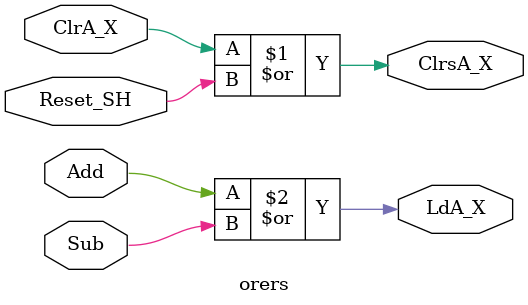
<source format=sv>
module orers(input logic ClrA_X, Reset_SH, Add, Sub,
				 output logic ClrsA_X, LdA_X); 


		assign ClrsA_X = ClrA_X | Reset_SH;
		assign LdA_X = Add | Sub;
	   
	 
endmodule

</source>
